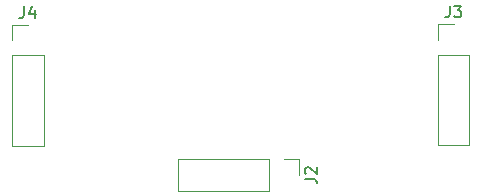
<source format=gto>
G04 #@! TF.GenerationSoftware,KiCad,Pcbnew,(5.1.4)-1*
G04 #@! TF.CreationDate,2022-01-12T12:57:33-05:00*
G04 #@! TF.ProjectId,a44key-pcb-thumbs,6134346b-6579-42d7-9063-622d7468756d,rev?*
G04 #@! TF.SameCoordinates,Original*
G04 #@! TF.FileFunction,Legend,Top*
G04 #@! TF.FilePolarity,Positive*
%FSLAX46Y46*%
G04 Gerber Fmt 4.6, Leading zero omitted, Abs format (unit mm)*
G04 Created by KiCad (PCBNEW (5.1.4)-1) date 2022-01-12 12:57:33*
%MOMM*%
%LPD*%
G04 APERTURE LIST*
%ADD10C,0.120000*%
%ADD11C,0.150000*%
%ADD12C,1.402000*%
%ADD13O,0.602000X4.202000*%
%ADD14O,5.202000X0.602000*%
%ADD15O,5.202000X1.602000*%
%ADD16C,2.352000*%
%ADD17C,2.352000*%
%ADD18O,2.277000X1.852000*%
%ADD19C,4.089800*%
%ADD20C,2.102000*%
%ADD21O,1.802000X1.802000*%
%ADD22R,1.802000X1.802000*%
G04 APERTURE END LIST*
D10*
X85828959Y-132530357D02*
X87158959Y-132530357D01*
X85828959Y-133860357D02*
X85828959Y-132530357D01*
X85828959Y-135130357D02*
X88488959Y-135130357D01*
X88488959Y-135130357D02*
X88488959Y-142810357D01*
X85828959Y-135130357D02*
X85828959Y-142810357D01*
X85828959Y-142810357D02*
X88488959Y-142810357D01*
X121873628Y-132458971D02*
X123203628Y-132458971D01*
X121873628Y-133788971D02*
X121873628Y-132458971D01*
X121873628Y-135058971D02*
X124533628Y-135058971D01*
X124533628Y-135058971D02*
X124533628Y-142738971D01*
X121873628Y-135058971D02*
X121873628Y-142738971D01*
X121873628Y-142738971D02*
X124533628Y-142738971D01*
X110149934Y-143918469D02*
X110149934Y-145248469D01*
X108819934Y-143918469D02*
X110149934Y-143918469D01*
X107549934Y-143918469D02*
X107549934Y-146578469D01*
X107549934Y-146578469D02*
X99869934Y-146578469D01*
X107549934Y-143918469D02*
X99869934Y-143918469D01*
X99869934Y-143918469D02*
X99869934Y-146578469D01*
D11*
X86825625Y-130982737D02*
X86825625Y-131697023D01*
X86778006Y-131839880D01*
X86682768Y-131935118D01*
X86539911Y-131982737D01*
X86444673Y-131982737D01*
X87730387Y-131316071D02*
X87730387Y-131982737D01*
X87492292Y-130935118D02*
X87254197Y-131649404D01*
X87873244Y-131649404D01*
X122870294Y-130911351D02*
X122870294Y-131625637D01*
X122822675Y-131768494D01*
X122727437Y-131863732D01*
X122584580Y-131911351D01*
X122489342Y-131911351D01*
X123251247Y-130911351D02*
X123870294Y-130911351D01*
X123536961Y-131292304D01*
X123679818Y-131292304D01*
X123775056Y-131339923D01*
X123822675Y-131387542D01*
X123870294Y-131482780D01*
X123870294Y-131720875D01*
X123822675Y-131816113D01*
X123775056Y-131863732D01*
X123679818Y-131911351D01*
X123394104Y-131911351D01*
X123298866Y-131863732D01*
X123251247Y-131816113D01*
X110602314Y-145581802D02*
X111316600Y-145581802D01*
X111459457Y-145629421D01*
X111554695Y-145724659D01*
X111602314Y-145867516D01*
X111602314Y-145962754D01*
X110697553Y-145153230D02*
X110649934Y-145105611D01*
X110602314Y-145010373D01*
X110602314Y-144772278D01*
X110649934Y-144677040D01*
X110697553Y-144629421D01*
X110792791Y-144581802D01*
X110888029Y-144581802D01*
X111030886Y-144629421D01*
X111602314Y-145200849D01*
X111602314Y-144581802D01*
%LPC*%
D12*
X118390348Y-135038919D03*
D13*
X117276348Y-136165919D03*
X113071348Y-136166759D03*
X112676348Y-136165919D03*
D14*
X114976348Y-134365919D03*
X114976348Y-137965919D03*
D13*
X116876348Y-136165919D03*
D15*
X114976348Y-135265919D03*
D16*
X118111348Y-140345919D03*
D17*
X118766343Y-139615915D02*
X117456353Y-141075923D01*
D16*
X112436348Y-141920919D03*
D17*
X112456119Y-141630903D02*
X112416577Y-142210935D01*
D18*
X109686348Y-137070919D03*
X120236348Y-137070919D03*
D19*
X114961348Y-137070919D03*
D20*
X109961348Y-140870918D03*
X114961348Y-142970919D03*
D21*
X87158959Y-141480357D03*
X87158959Y-138940357D03*
X87158959Y-136400357D03*
D22*
X87158959Y-133860357D03*
D21*
X123203628Y-141408971D03*
X123203628Y-138868971D03*
X123203628Y-136328971D03*
D22*
X123203628Y-133788971D03*
D21*
X101199934Y-145248469D03*
X103739934Y-145248469D03*
X106279934Y-145248469D03*
D22*
X108819934Y-145248469D03*
D12*
X98882622Y-135070695D03*
D13*
X97768622Y-136197695D03*
X93563622Y-136198535D03*
X93168622Y-136197695D03*
D14*
X95468622Y-134397695D03*
X95468622Y-137997695D03*
D13*
X97368622Y-136197695D03*
D15*
X95468622Y-135297695D03*
D16*
X98603622Y-140377695D03*
D17*
X99258617Y-139647691D02*
X97948627Y-141107699D01*
D16*
X92928622Y-141952695D03*
D17*
X92948393Y-141662679D02*
X92908851Y-142242711D01*
D18*
X90178622Y-137102695D03*
X100728622Y-137102695D03*
D19*
X95453622Y-137102695D03*
D20*
X90453622Y-140902694D03*
X95453622Y-143002695D03*
M02*

</source>
